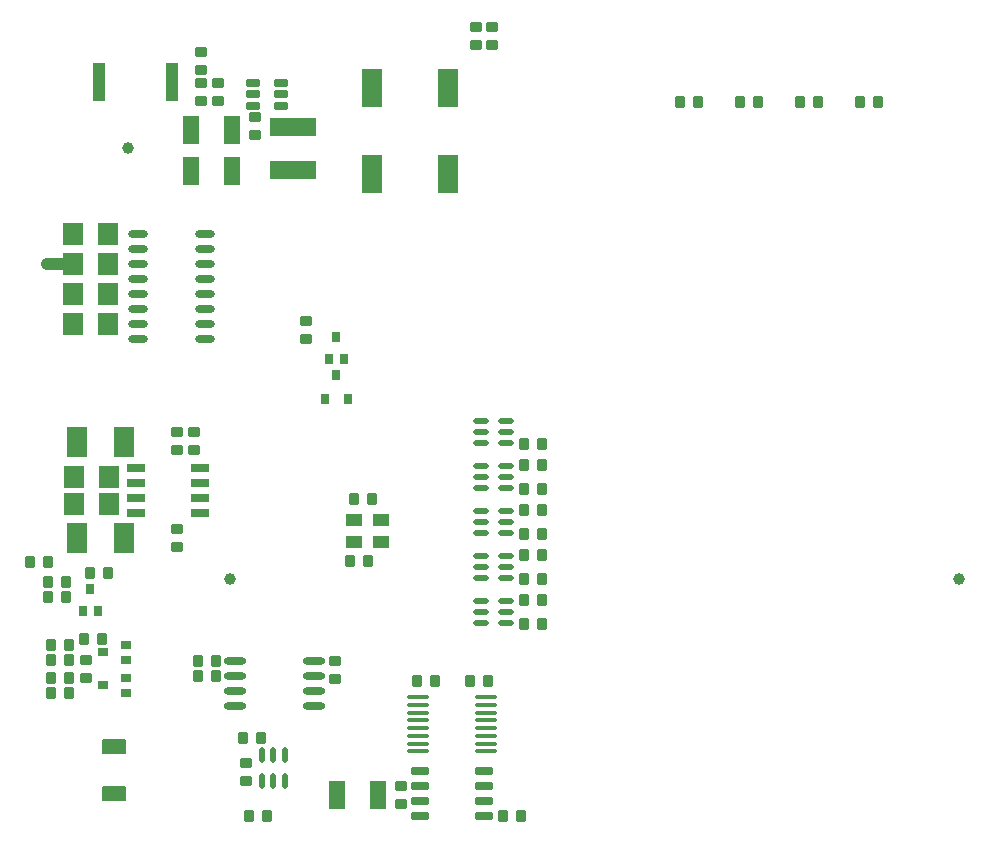
<source format=gbp>
G04*
G04 #@! TF.GenerationSoftware,Altium Limited,Altium Designer,19.1.6 (110)*
G04*
G04 Layer_Color=128*
%FSLAX44Y44*%
%MOMM*%
G71*
G01*
G75*
%ADD17C,1.0000*%
G04:AMPARAMS|DCode=18|XSize=0.8mm|YSize=1mm|CornerRadius=0.1mm|HoleSize=0mm|Usage=FLASHONLY|Rotation=270.000|XOffset=0mm|YOffset=0mm|HoleType=Round|Shape=RoundedRectangle|*
%AMROUNDEDRECTD18*
21,1,0.8000,0.8000,0,0,270.0*
21,1,0.6000,1.0000,0,0,270.0*
1,1,0.2000,-0.4000,-0.3000*
1,1,0.2000,-0.4000,0.3000*
1,1,0.2000,0.4000,0.3000*
1,1,0.2000,0.4000,-0.3000*
%
%ADD18ROUNDEDRECTD18*%
G04:AMPARAMS|DCode=20|XSize=0.8mm|YSize=1mm|CornerRadius=0.1mm|HoleSize=0mm|Usage=FLASHONLY|Rotation=0.000|XOffset=0mm|YOffset=0mm|HoleType=Round|Shape=RoundedRectangle|*
%AMROUNDEDRECTD20*
21,1,0.8000,0.8000,0,0,0.0*
21,1,0.6000,1.0000,0,0,0.0*
1,1,0.2000,0.3000,-0.4000*
1,1,0.2000,-0.3000,-0.4000*
1,1,0.2000,-0.3000,0.4000*
1,1,0.2000,0.3000,0.4000*
%
%ADD20ROUNDEDRECTD20*%
%ADD33R,1.4000X2.4000*%
%ADD69C,1.0000*%
%ADD93O,1.3500X0.4500*%
G04:AMPARAMS|DCode=94|XSize=0.6mm|YSize=1.45mm|CornerRadius=0.051mm|HoleSize=0mm|Usage=FLASHONLY|Rotation=270.000|XOffset=0mm|YOffset=0mm|HoleType=Round|Shape=RoundedRectangle|*
%AMROUNDEDRECTD94*
21,1,0.6000,1.3480,0,0,270.0*
21,1,0.4980,1.4500,0,0,270.0*
1,1,0.1020,-0.6740,-0.2490*
1,1,0.1020,-0.6740,0.2490*
1,1,0.1020,0.6740,0.2490*
1,1,0.1020,0.6740,-0.2490*
%
%ADD94ROUNDEDRECTD94*%
%ADD95O,2.0000X0.3500*%
%ADD96O,1.9000X0.6000*%
G04:AMPARAMS|DCode=97|XSize=1.27mm|YSize=2.1mm|CornerRadius=0.1588mm|HoleSize=0mm|Usage=FLASHONLY|Rotation=90.000|XOffset=0mm|YOffset=0mm|HoleType=Round|Shape=RoundedRectangle|*
%AMROUNDEDRECTD97*
21,1,1.2700,1.7825,0,0,90.0*
21,1,0.9525,2.1000,0,0,90.0*
1,1,0.3175,0.8913,0.4763*
1,1,0.3175,0.8913,-0.4763*
1,1,0.3175,-0.8913,-0.4763*
1,1,0.3175,-0.8913,0.4763*
%
%ADD97ROUNDEDRECTD97*%
G04:AMPARAMS|DCode=98|XSize=1.3mm|YSize=1.1mm|CornerRadius=0.055mm|HoleSize=0mm|Usage=FLASHONLY|Rotation=0.000|XOffset=0mm|YOffset=0mm|HoleType=Round|Shape=RoundedRectangle|*
%AMROUNDEDRECTD98*
21,1,1.3000,0.9900,0,0,0.0*
21,1,1.1900,1.1000,0,0,0.0*
1,1,0.1100,0.5950,-0.4950*
1,1,0.1100,-0.5950,-0.4950*
1,1,0.1100,-0.5950,0.4950*
1,1,0.1100,0.5950,0.4950*
%
%ADD98ROUNDEDRECTD98*%
%ADD99R,0.7000X0.9000*%
%ADD100O,0.4500X1.3500*%
%ADD101R,0.8000X0.9000*%
%ADD102R,1.8000X1.8400*%
%ADD103O,1.6500X0.6500*%
%ADD104R,0.9000X0.7000*%
G04:AMPARAMS|DCode=105|XSize=1.55mm|YSize=0.6mm|CornerRadius=0.051mm|HoleSize=0mm|Usage=FLASHONLY|Rotation=180.000|XOffset=0mm|YOffset=0mm|HoleType=Round|Shape=RoundedRectangle|*
%AMROUNDEDRECTD105*
21,1,1.5500,0.4980,0,0,180.0*
21,1,1.4480,0.6000,0,0,180.0*
1,1,0.1020,-0.7240,0.2490*
1,1,0.1020,0.7240,0.2490*
1,1,0.1020,0.7240,-0.2490*
1,1,0.1020,-0.7240,-0.2490*
%
%ADD105ROUNDEDRECTD105*%
%ADD106R,1.7000X2.5000*%
%ADD107R,4.0000X1.5000*%
G04:AMPARAMS|DCode=108|XSize=0.6mm|YSize=1.2mm|CornerRadius=0.075mm|HoleSize=0mm|Usage=FLASHONLY|Rotation=90.000|XOffset=0mm|YOffset=0mm|HoleType=Round|Shape=RoundedRectangle|*
%AMROUNDEDRECTD108*
21,1,0.6000,1.0500,0,0,90.0*
21,1,0.4500,1.2000,0,0,90.0*
1,1,0.1500,0.5250,0.2250*
1,1,0.1500,0.5250,-0.2250*
1,1,0.1500,-0.5250,-0.2250*
1,1,0.1500,-0.5250,0.2250*
%
%ADD108ROUNDEDRECTD108*%
%ADD109R,1.0000X3.3000*%
%ADD110R,1.7200X3.2000*%
D17*
X1041400Y754380D02*
D03*
X337820Y1118870D02*
D03*
X424180Y754380D02*
D03*
D18*
X568960Y564000D02*
D03*
Y579000D02*
D03*
X513080Y684410D02*
D03*
Y669410D02*
D03*
X488950Y972700D02*
D03*
Y957700D02*
D03*
X302260Y685680D02*
D03*
Y670680D02*
D03*
X438150Y583050D02*
D03*
Y598050D02*
D03*
X393700Y878720D02*
D03*
Y863720D02*
D03*
X379730Y781170D02*
D03*
Y796170D02*
D03*
Y878720D02*
D03*
Y863720D02*
D03*
X400050Y1200030D02*
D03*
Y1185030D02*
D03*
Y1174090D02*
D03*
Y1159090D02*
D03*
X414020Y1174090D02*
D03*
Y1159090D02*
D03*
X445770Y1145420D02*
D03*
Y1130420D02*
D03*
X632460Y1206620D02*
D03*
Y1221620D02*
D03*
X646430Y1206620D02*
D03*
Y1221620D02*
D03*
D20*
X688220Y792480D02*
D03*
X673220D02*
D03*
X688220Y736600D02*
D03*
X673220D02*
D03*
X688220Y716280D02*
D03*
X673220D02*
D03*
X688220Y812800D02*
D03*
X673220D02*
D03*
X688220Y868680D02*
D03*
X673220D02*
D03*
X688220Y754380D02*
D03*
X673220D02*
D03*
X688220Y774700D02*
D03*
X673220D02*
D03*
X688220Y850900D02*
D03*
X673220D02*
D03*
X688220Y830580D02*
D03*
X673220D02*
D03*
X820300Y1158240D02*
D03*
X805300D02*
D03*
X871100D02*
D03*
X856100D02*
D03*
X972700D02*
D03*
X957700D02*
D03*
X921900D02*
D03*
X906900D02*
D03*
X598050Y668020D02*
D03*
X583050D02*
D03*
X627500D02*
D03*
X642500D02*
D03*
X670440Y553720D02*
D03*
X655440D02*
D03*
X412630Y684530D02*
D03*
X397630D02*
D03*
Y671830D02*
D03*
X412630D02*
D03*
X544710Y821690D02*
D03*
X529710D02*
D03*
X525900Y769620D02*
D03*
X540900D02*
D03*
X270630Y739140D02*
D03*
X285630D02*
D03*
X306190Y759460D02*
D03*
X321190D02*
D03*
X270630Y751840D02*
D03*
X285630D02*
D03*
X270390Y768350D02*
D03*
X255390D02*
D03*
X316110Y703580D02*
D03*
X301110D02*
D03*
X273170Y657860D02*
D03*
X288170D02*
D03*
Y670560D02*
D03*
X273170D02*
D03*
X288170Y685800D02*
D03*
X273170D02*
D03*
X273170Y698500D02*
D03*
X288170D02*
D03*
X450730Y619760D02*
D03*
X435730D02*
D03*
X455810Y553720D02*
D03*
X440810D02*
D03*
D33*
X549630Y571500D02*
D03*
X514630D02*
D03*
X426440Y1099820D02*
D03*
X391440D02*
D03*
X426440Y1134110D02*
D03*
X391440D02*
D03*
D69*
X269060Y1021080D02*
X291070D01*
D93*
X636950Y869340D02*
D03*
Y878840D02*
D03*
Y888340D02*
D03*
X658450Y869340D02*
D03*
Y878840D02*
D03*
Y888340D02*
D03*
X636950Y793140D02*
D03*
Y802640D02*
D03*
Y812140D02*
D03*
X658450Y793140D02*
D03*
Y802640D02*
D03*
Y812140D02*
D03*
X636950Y831240D02*
D03*
Y840740D02*
D03*
Y850240D02*
D03*
X658450Y831240D02*
D03*
Y840740D02*
D03*
Y850240D02*
D03*
X636950Y716940D02*
D03*
Y726440D02*
D03*
Y735940D02*
D03*
X658450Y716940D02*
D03*
Y726440D02*
D03*
Y735940D02*
D03*
X636950Y755040D02*
D03*
Y764540D02*
D03*
Y774040D02*
D03*
X658450Y755040D02*
D03*
Y764540D02*
D03*
Y774040D02*
D03*
D94*
X639390Y566420D02*
D03*
Y579120D02*
D03*
X584890Y553720D02*
D03*
Y566420D02*
D03*
Y579120D02*
D03*
Y591820D02*
D03*
X639390Y553720D02*
D03*
Y591820D02*
D03*
D95*
X641140Y627940D02*
D03*
Y614940D02*
D03*
Y640940D02*
D03*
X583140Y608440D02*
D03*
Y614940D02*
D03*
Y621440D02*
D03*
Y627940D02*
D03*
Y634440D02*
D03*
Y640940D02*
D03*
Y647440D02*
D03*
Y653940D02*
D03*
X641140Y608440D02*
D03*
Y621440D02*
D03*
Y634440D02*
D03*
Y647440D02*
D03*
Y653940D02*
D03*
D96*
X428780Y646430D02*
D03*
Y659130D02*
D03*
Y671830D02*
D03*
Y684530D02*
D03*
X495780Y646430D02*
D03*
Y659130D02*
D03*
Y671830D02*
D03*
Y684530D02*
D03*
D97*
X326390Y611670D02*
D03*
Y571970D02*
D03*
D98*
X529520Y785520D02*
D03*
Y804520D02*
D03*
X552520Y785520D02*
D03*
Y804520D02*
D03*
D99*
X306070Y746100D02*
D03*
X299570Y727100D02*
D03*
X312570D02*
D03*
X514350Y959460D02*
D03*
X507850Y940460D02*
D03*
X520850D02*
D03*
D100*
X470510Y583610D02*
D03*
X461010D02*
D03*
X451510D02*
D03*
X470510Y605110D02*
D03*
X461010D02*
D03*
X451510D02*
D03*
D101*
X514350Y926940D02*
D03*
X504850Y906940D02*
D03*
X523850D02*
D03*
D102*
X321070Y970280D02*
D03*
X291070D02*
D03*
X321070Y995680D02*
D03*
X291070D02*
D03*
X321070Y1021080D02*
D03*
X291070D02*
D03*
X321070Y1046480D02*
D03*
X291070D02*
D03*
X322340Y817880D02*
D03*
X292340D02*
D03*
X322340Y840740D02*
D03*
X292340D02*
D03*
D103*
X402900Y1046480D02*
D03*
Y1033780D02*
D03*
Y1021080D02*
D03*
Y1008380D02*
D03*
Y995680D02*
D03*
Y982980D02*
D03*
Y970280D02*
D03*
Y957580D02*
D03*
X346400Y1046480D02*
D03*
Y1033780D02*
D03*
Y1021080D02*
D03*
Y1008380D02*
D03*
Y995680D02*
D03*
Y982980D02*
D03*
Y970280D02*
D03*
Y957580D02*
D03*
D104*
X316890Y664210D02*
D03*
X335890Y657710D02*
D03*
Y670710D02*
D03*
X316890Y692150D02*
D03*
X335890Y685650D02*
D03*
Y698650D02*
D03*
D105*
X345110Y848360D02*
D03*
Y835660D02*
D03*
Y822960D02*
D03*
Y810260D02*
D03*
X399110D02*
D03*
Y822960D02*
D03*
Y835660D02*
D03*
Y848360D02*
D03*
D106*
X294960Y788670D02*
D03*
X334960D02*
D03*
Y869950D02*
D03*
X294960D02*
D03*
D107*
X477520Y1136870D02*
D03*
Y1100870D02*
D03*
D108*
X443930Y1155090D02*
D03*
Y1164590D02*
D03*
Y1174090D02*
D03*
X467930D02*
D03*
Y1164590D02*
D03*
Y1155090D02*
D03*
D109*
X313170Y1174750D02*
D03*
X375170D02*
D03*
D110*
X608580Y1097280D02*
D03*
X544580D02*
D03*
Y1169670D02*
D03*
X608580D02*
D03*
M02*

</source>
